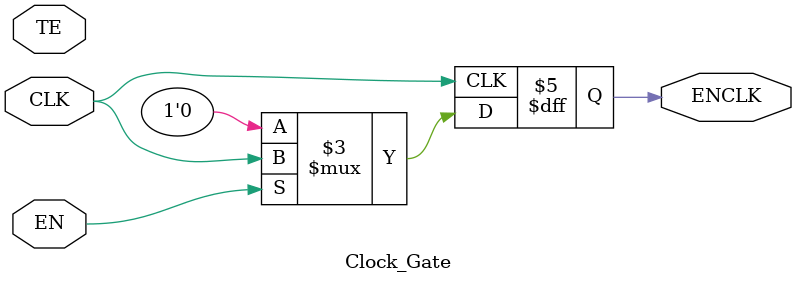
<source format=v>
module Clock_Gate (
  input CLK,
  input EN,
  input TE,
  output reg ENCLK
);

  always @ (posedge CLK) begin
    if (EN) begin
      ENCLK <= CLK;
    end
    else begin
      ENCLK <= 1'b0;
    end
  end

endmodule
</source>
